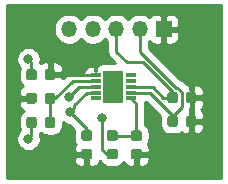
<source format=gbr>
G04 #@! TF.GenerationSoftware,KiCad,Pcbnew,(5.1.5)-3*
G04 #@! TF.CreationDate,2021-11-01T22:29:24-04:00*
G04 #@! TF.ProjectId,MakeNateAMillionDollars,4d616b65-4e61-4746-9541-4d696c6c696f,rev?*
G04 #@! TF.SameCoordinates,Original*
G04 #@! TF.FileFunction,Copper,L1,Top*
G04 #@! TF.FilePolarity,Positive*
%FSLAX46Y46*%
G04 Gerber Fmt 4.6, Leading zero omitted, Abs format (unit mm)*
G04 Created by KiCad (PCBNEW (5.1.5)-3) date 2021-11-01 22:29:24*
%MOMM*%
%LPD*%
G04 APERTURE LIST*
%ADD10O,1.350000X1.350000*%
%ADD11R,1.350000X1.350000*%
%ADD12R,1.750000X2.700000*%
%ADD13R,0.850000X0.300000*%
%ADD14C,0.100000*%
%ADD15C,0.800000*%
%ADD16C,0.250000*%
%ADD17C,0.254000*%
G04 APERTURE END LIST*
D10*
X146450000Y-95950000D03*
X148450000Y-95950000D03*
X150450000Y-95950000D03*
X152450000Y-95950000D03*
D11*
X154450000Y-95950000D03*
D12*
X150200000Y-100820000D03*
D13*
X151650000Y-99820000D03*
X151650000Y-100320000D03*
X151650000Y-100820000D03*
X151650000Y-101320000D03*
X151650000Y-101820000D03*
X148750000Y-101820000D03*
X148750000Y-101320000D03*
X148750000Y-100820000D03*
X148750000Y-100320000D03*
X148750000Y-99820000D03*
G04 #@! TA.AperFunction,SMDPad,CuDef*
D14*
G36*
X150377691Y-106101053D02*
G01*
X150398926Y-106104203D01*
X150419750Y-106109419D01*
X150439962Y-106116651D01*
X150459368Y-106125830D01*
X150477781Y-106136866D01*
X150495024Y-106149654D01*
X150510930Y-106164070D01*
X150525346Y-106179976D01*
X150538134Y-106197219D01*
X150549170Y-106215632D01*
X150558349Y-106235038D01*
X150565581Y-106255250D01*
X150570797Y-106276074D01*
X150573947Y-106297309D01*
X150575000Y-106318750D01*
X150575000Y-106756250D01*
X150573947Y-106777691D01*
X150570797Y-106798926D01*
X150565581Y-106819750D01*
X150558349Y-106839962D01*
X150549170Y-106859368D01*
X150538134Y-106877781D01*
X150525346Y-106895024D01*
X150510930Y-106910930D01*
X150495024Y-106925346D01*
X150477781Y-106938134D01*
X150459368Y-106949170D01*
X150439962Y-106958349D01*
X150419750Y-106965581D01*
X150398926Y-106970797D01*
X150377691Y-106973947D01*
X150356250Y-106975000D01*
X149843750Y-106975000D01*
X149822309Y-106973947D01*
X149801074Y-106970797D01*
X149780250Y-106965581D01*
X149760038Y-106958349D01*
X149740632Y-106949170D01*
X149722219Y-106938134D01*
X149704976Y-106925346D01*
X149689070Y-106910930D01*
X149674654Y-106895024D01*
X149661866Y-106877781D01*
X149650830Y-106859368D01*
X149641651Y-106839962D01*
X149634419Y-106819750D01*
X149629203Y-106798926D01*
X149626053Y-106777691D01*
X149625000Y-106756250D01*
X149625000Y-106318750D01*
X149626053Y-106297309D01*
X149629203Y-106276074D01*
X149634419Y-106255250D01*
X149641651Y-106235038D01*
X149650830Y-106215632D01*
X149661866Y-106197219D01*
X149674654Y-106179976D01*
X149689070Y-106164070D01*
X149704976Y-106149654D01*
X149722219Y-106136866D01*
X149740632Y-106125830D01*
X149760038Y-106116651D01*
X149780250Y-106109419D01*
X149801074Y-106104203D01*
X149822309Y-106101053D01*
X149843750Y-106100000D01*
X150356250Y-106100000D01*
X150377691Y-106101053D01*
G37*
G04 #@! TD.AperFunction*
G04 #@! TA.AperFunction,SMDPad,CuDef*
G36*
X150377691Y-104526053D02*
G01*
X150398926Y-104529203D01*
X150419750Y-104534419D01*
X150439962Y-104541651D01*
X150459368Y-104550830D01*
X150477781Y-104561866D01*
X150495024Y-104574654D01*
X150510930Y-104589070D01*
X150525346Y-104604976D01*
X150538134Y-104622219D01*
X150549170Y-104640632D01*
X150558349Y-104660038D01*
X150565581Y-104680250D01*
X150570797Y-104701074D01*
X150573947Y-104722309D01*
X150575000Y-104743750D01*
X150575000Y-105181250D01*
X150573947Y-105202691D01*
X150570797Y-105223926D01*
X150565581Y-105244750D01*
X150558349Y-105264962D01*
X150549170Y-105284368D01*
X150538134Y-105302781D01*
X150525346Y-105320024D01*
X150510930Y-105335930D01*
X150495024Y-105350346D01*
X150477781Y-105363134D01*
X150459368Y-105374170D01*
X150439962Y-105383349D01*
X150419750Y-105390581D01*
X150398926Y-105395797D01*
X150377691Y-105398947D01*
X150356250Y-105400000D01*
X149843750Y-105400000D01*
X149822309Y-105398947D01*
X149801074Y-105395797D01*
X149780250Y-105390581D01*
X149760038Y-105383349D01*
X149740632Y-105374170D01*
X149722219Y-105363134D01*
X149704976Y-105350346D01*
X149689070Y-105335930D01*
X149674654Y-105320024D01*
X149661866Y-105302781D01*
X149650830Y-105284368D01*
X149641651Y-105264962D01*
X149634419Y-105244750D01*
X149629203Y-105223926D01*
X149626053Y-105202691D01*
X149625000Y-105181250D01*
X149625000Y-104743750D01*
X149626053Y-104722309D01*
X149629203Y-104701074D01*
X149634419Y-104680250D01*
X149641651Y-104660038D01*
X149650830Y-104640632D01*
X149661866Y-104622219D01*
X149674654Y-104604976D01*
X149689070Y-104589070D01*
X149704976Y-104574654D01*
X149722219Y-104561866D01*
X149740632Y-104550830D01*
X149760038Y-104541651D01*
X149780250Y-104534419D01*
X149801074Y-104529203D01*
X149822309Y-104526053D01*
X149843750Y-104525000D01*
X150356250Y-104525000D01*
X150377691Y-104526053D01*
G37*
G04 #@! TD.AperFunction*
G04 #@! TA.AperFunction,SMDPad,CuDef*
G36*
X152427691Y-104526053D02*
G01*
X152448926Y-104529203D01*
X152469750Y-104534419D01*
X152489962Y-104541651D01*
X152509368Y-104550830D01*
X152527781Y-104561866D01*
X152545024Y-104574654D01*
X152560930Y-104589070D01*
X152575346Y-104604976D01*
X152588134Y-104622219D01*
X152599170Y-104640632D01*
X152608349Y-104660038D01*
X152615581Y-104680250D01*
X152620797Y-104701074D01*
X152623947Y-104722309D01*
X152625000Y-104743750D01*
X152625000Y-105181250D01*
X152623947Y-105202691D01*
X152620797Y-105223926D01*
X152615581Y-105244750D01*
X152608349Y-105264962D01*
X152599170Y-105284368D01*
X152588134Y-105302781D01*
X152575346Y-105320024D01*
X152560930Y-105335930D01*
X152545024Y-105350346D01*
X152527781Y-105363134D01*
X152509368Y-105374170D01*
X152489962Y-105383349D01*
X152469750Y-105390581D01*
X152448926Y-105395797D01*
X152427691Y-105398947D01*
X152406250Y-105400000D01*
X151893750Y-105400000D01*
X151872309Y-105398947D01*
X151851074Y-105395797D01*
X151830250Y-105390581D01*
X151810038Y-105383349D01*
X151790632Y-105374170D01*
X151772219Y-105363134D01*
X151754976Y-105350346D01*
X151739070Y-105335930D01*
X151724654Y-105320024D01*
X151711866Y-105302781D01*
X151700830Y-105284368D01*
X151691651Y-105264962D01*
X151684419Y-105244750D01*
X151679203Y-105223926D01*
X151676053Y-105202691D01*
X151675000Y-105181250D01*
X151675000Y-104743750D01*
X151676053Y-104722309D01*
X151679203Y-104701074D01*
X151684419Y-104680250D01*
X151691651Y-104660038D01*
X151700830Y-104640632D01*
X151711866Y-104622219D01*
X151724654Y-104604976D01*
X151739070Y-104589070D01*
X151754976Y-104574654D01*
X151772219Y-104561866D01*
X151790632Y-104550830D01*
X151810038Y-104541651D01*
X151830250Y-104534419D01*
X151851074Y-104529203D01*
X151872309Y-104526053D01*
X151893750Y-104525000D01*
X152406250Y-104525000D01*
X152427691Y-104526053D01*
G37*
G04 #@! TD.AperFunction*
G04 #@! TA.AperFunction,SMDPad,CuDef*
G36*
X152427691Y-106101053D02*
G01*
X152448926Y-106104203D01*
X152469750Y-106109419D01*
X152489962Y-106116651D01*
X152509368Y-106125830D01*
X152527781Y-106136866D01*
X152545024Y-106149654D01*
X152560930Y-106164070D01*
X152575346Y-106179976D01*
X152588134Y-106197219D01*
X152599170Y-106215632D01*
X152608349Y-106235038D01*
X152615581Y-106255250D01*
X152620797Y-106276074D01*
X152623947Y-106297309D01*
X152625000Y-106318750D01*
X152625000Y-106756250D01*
X152623947Y-106777691D01*
X152620797Y-106798926D01*
X152615581Y-106819750D01*
X152608349Y-106839962D01*
X152599170Y-106859368D01*
X152588134Y-106877781D01*
X152575346Y-106895024D01*
X152560930Y-106910930D01*
X152545024Y-106925346D01*
X152527781Y-106938134D01*
X152509368Y-106949170D01*
X152489962Y-106958349D01*
X152469750Y-106965581D01*
X152448926Y-106970797D01*
X152427691Y-106973947D01*
X152406250Y-106975000D01*
X151893750Y-106975000D01*
X151872309Y-106973947D01*
X151851074Y-106970797D01*
X151830250Y-106965581D01*
X151810038Y-106958349D01*
X151790632Y-106949170D01*
X151772219Y-106938134D01*
X151754976Y-106925346D01*
X151739070Y-106910930D01*
X151724654Y-106895024D01*
X151711866Y-106877781D01*
X151700830Y-106859368D01*
X151691651Y-106839962D01*
X151684419Y-106819750D01*
X151679203Y-106798926D01*
X151676053Y-106777691D01*
X151675000Y-106756250D01*
X151675000Y-106318750D01*
X151676053Y-106297309D01*
X151679203Y-106276074D01*
X151684419Y-106255250D01*
X151691651Y-106235038D01*
X151700830Y-106215632D01*
X151711866Y-106197219D01*
X151724654Y-106179976D01*
X151739070Y-106164070D01*
X151754976Y-106149654D01*
X151772219Y-106136866D01*
X151790632Y-106125830D01*
X151810038Y-106116651D01*
X151830250Y-106109419D01*
X151851074Y-106104203D01*
X151872309Y-106101053D01*
X151893750Y-106100000D01*
X152406250Y-106100000D01*
X152427691Y-106101053D01*
G37*
G04 #@! TD.AperFunction*
G04 #@! TA.AperFunction,SMDPad,CuDef*
G36*
X155452691Y-103276053D02*
G01*
X155473926Y-103279203D01*
X155494750Y-103284419D01*
X155514962Y-103291651D01*
X155534368Y-103300830D01*
X155552781Y-103311866D01*
X155570024Y-103324654D01*
X155585930Y-103339070D01*
X155600346Y-103354976D01*
X155613134Y-103372219D01*
X155624170Y-103390632D01*
X155633349Y-103410038D01*
X155640581Y-103430250D01*
X155645797Y-103451074D01*
X155648947Y-103472309D01*
X155650000Y-103493750D01*
X155650000Y-104006250D01*
X155648947Y-104027691D01*
X155645797Y-104048926D01*
X155640581Y-104069750D01*
X155633349Y-104089962D01*
X155624170Y-104109368D01*
X155613134Y-104127781D01*
X155600346Y-104145024D01*
X155585930Y-104160930D01*
X155570024Y-104175346D01*
X155552781Y-104188134D01*
X155534368Y-104199170D01*
X155514962Y-104208349D01*
X155494750Y-104215581D01*
X155473926Y-104220797D01*
X155452691Y-104223947D01*
X155431250Y-104225000D01*
X154993750Y-104225000D01*
X154972309Y-104223947D01*
X154951074Y-104220797D01*
X154930250Y-104215581D01*
X154910038Y-104208349D01*
X154890632Y-104199170D01*
X154872219Y-104188134D01*
X154854976Y-104175346D01*
X154839070Y-104160930D01*
X154824654Y-104145024D01*
X154811866Y-104127781D01*
X154800830Y-104109368D01*
X154791651Y-104089962D01*
X154784419Y-104069750D01*
X154779203Y-104048926D01*
X154776053Y-104027691D01*
X154775000Y-104006250D01*
X154775000Y-103493750D01*
X154776053Y-103472309D01*
X154779203Y-103451074D01*
X154784419Y-103430250D01*
X154791651Y-103410038D01*
X154800830Y-103390632D01*
X154811866Y-103372219D01*
X154824654Y-103354976D01*
X154839070Y-103339070D01*
X154854976Y-103324654D01*
X154872219Y-103311866D01*
X154890632Y-103300830D01*
X154910038Y-103291651D01*
X154930250Y-103284419D01*
X154951074Y-103279203D01*
X154972309Y-103276053D01*
X154993750Y-103275000D01*
X155431250Y-103275000D01*
X155452691Y-103276053D01*
G37*
G04 #@! TD.AperFunction*
G04 #@! TA.AperFunction,SMDPad,CuDef*
G36*
X157027691Y-103276053D02*
G01*
X157048926Y-103279203D01*
X157069750Y-103284419D01*
X157089962Y-103291651D01*
X157109368Y-103300830D01*
X157127781Y-103311866D01*
X157145024Y-103324654D01*
X157160930Y-103339070D01*
X157175346Y-103354976D01*
X157188134Y-103372219D01*
X157199170Y-103390632D01*
X157208349Y-103410038D01*
X157215581Y-103430250D01*
X157220797Y-103451074D01*
X157223947Y-103472309D01*
X157225000Y-103493750D01*
X157225000Y-104006250D01*
X157223947Y-104027691D01*
X157220797Y-104048926D01*
X157215581Y-104069750D01*
X157208349Y-104089962D01*
X157199170Y-104109368D01*
X157188134Y-104127781D01*
X157175346Y-104145024D01*
X157160930Y-104160930D01*
X157145024Y-104175346D01*
X157127781Y-104188134D01*
X157109368Y-104199170D01*
X157089962Y-104208349D01*
X157069750Y-104215581D01*
X157048926Y-104220797D01*
X157027691Y-104223947D01*
X157006250Y-104225000D01*
X156568750Y-104225000D01*
X156547309Y-104223947D01*
X156526074Y-104220797D01*
X156505250Y-104215581D01*
X156485038Y-104208349D01*
X156465632Y-104199170D01*
X156447219Y-104188134D01*
X156429976Y-104175346D01*
X156414070Y-104160930D01*
X156399654Y-104145024D01*
X156386866Y-104127781D01*
X156375830Y-104109368D01*
X156366651Y-104089962D01*
X156359419Y-104069750D01*
X156354203Y-104048926D01*
X156351053Y-104027691D01*
X156350000Y-104006250D01*
X156350000Y-103493750D01*
X156351053Y-103472309D01*
X156354203Y-103451074D01*
X156359419Y-103430250D01*
X156366651Y-103410038D01*
X156375830Y-103390632D01*
X156386866Y-103372219D01*
X156399654Y-103354976D01*
X156414070Y-103339070D01*
X156429976Y-103324654D01*
X156447219Y-103311866D01*
X156465632Y-103300830D01*
X156485038Y-103291651D01*
X156505250Y-103284419D01*
X156526074Y-103279203D01*
X156547309Y-103276053D01*
X156568750Y-103275000D01*
X157006250Y-103275000D01*
X157027691Y-103276053D01*
G37*
G04 #@! TD.AperFunction*
G04 #@! TA.AperFunction,SMDPad,CuDef*
G36*
X155452691Y-101276053D02*
G01*
X155473926Y-101279203D01*
X155494750Y-101284419D01*
X155514962Y-101291651D01*
X155534368Y-101300830D01*
X155552781Y-101311866D01*
X155570024Y-101324654D01*
X155585930Y-101339070D01*
X155600346Y-101354976D01*
X155613134Y-101372219D01*
X155624170Y-101390632D01*
X155633349Y-101410038D01*
X155640581Y-101430250D01*
X155645797Y-101451074D01*
X155648947Y-101472309D01*
X155650000Y-101493750D01*
X155650000Y-102006250D01*
X155648947Y-102027691D01*
X155645797Y-102048926D01*
X155640581Y-102069750D01*
X155633349Y-102089962D01*
X155624170Y-102109368D01*
X155613134Y-102127781D01*
X155600346Y-102145024D01*
X155585930Y-102160930D01*
X155570024Y-102175346D01*
X155552781Y-102188134D01*
X155534368Y-102199170D01*
X155514962Y-102208349D01*
X155494750Y-102215581D01*
X155473926Y-102220797D01*
X155452691Y-102223947D01*
X155431250Y-102225000D01*
X154993750Y-102225000D01*
X154972309Y-102223947D01*
X154951074Y-102220797D01*
X154930250Y-102215581D01*
X154910038Y-102208349D01*
X154890632Y-102199170D01*
X154872219Y-102188134D01*
X154854976Y-102175346D01*
X154839070Y-102160930D01*
X154824654Y-102145024D01*
X154811866Y-102127781D01*
X154800830Y-102109368D01*
X154791651Y-102089962D01*
X154784419Y-102069750D01*
X154779203Y-102048926D01*
X154776053Y-102027691D01*
X154775000Y-102006250D01*
X154775000Y-101493750D01*
X154776053Y-101472309D01*
X154779203Y-101451074D01*
X154784419Y-101430250D01*
X154791651Y-101410038D01*
X154800830Y-101390632D01*
X154811866Y-101372219D01*
X154824654Y-101354976D01*
X154839070Y-101339070D01*
X154854976Y-101324654D01*
X154872219Y-101311866D01*
X154890632Y-101300830D01*
X154910038Y-101291651D01*
X154930250Y-101284419D01*
X154951074Y-101279203D01*
X154972309Y-101276053D01*
X154993750Y-101275000D01*
X155431250Y-101275000D01*
X155452691Y-101276053D01*
G37*
G04 #@! TD.AperFunction*
G04 #@! TA.AperFunction,SMDPad,CuDef*
G36*
X157027691Y-101276053D02*
G01*
X157048926Y-101279203D01*
X157069750Y-101284419D01*
X157089962Y-101291651D01*
X157109368Y-101300830D01*
X157127781Y-101311866D01*
X157145024Y-101324654D01*
X157160930Y-101339070D01*
X157175346Y-101354976D01*
X157188134Y-101372219D01*
X157199170Y-101390632D01*
X157208349Y-101410038D01*
X157215581Y-101430250D01*
X157220797Y-101451074D01*
X157223947Y-101472309D01*
X157225000Y-101493750D01*
X157225000Y-102006250D01*
X157223947Y-102027691D01*
X157220797Y-102048926D01*
X157215581Y-102069750D01*
X157208349Y-102089962D01*
X157199170Y-102109368D01*
X157188134Y-102127781D01*
X157175346Y-102145024D01*
X157160930Y-102160930D01*
X157145024Y-102175346D01*
X157127781Y-102188134D01*
X157109368Y-102199170D01*
X157089962Y-102208349D01*
X157069750Y-102215581D01*
X157048926Y-102220797D01*
X157027691Y-102223947D01*
X157006250Y-102225000D01*
X156568750Y-102225000D01*
X156547309Y-102223947D01*
X156526074Y-102220797D01*
X156505250Y-102215581D01*
X156485038Y-102208349D01*
X156465632Y-102199170D01*
X156447219Y-102188134D01*
X156429976Y-102175346D01*
X156414070Y-102160930D01*
X156399654Y-102145024D01*
X156386866Y-102127781D01*
X156375830Y-102109368D01*
X156366651Y-102089962D01*
X156359419Y-102069750D01*
X156354203Y-102048926D01*
X156351053Y-102027691D01*
X156350000Y-102006250D01*
X156350000Y-101493750D01*
X156351053Y-101472309D01*
X156354203Y-101451074D01*
X156359419Y-101430250D01*
X156366651Y-101410038D01*
X156375830Y-101390632D01*
X156386866Y-101372219D01*
X156399654Y-101354976D01*
X156414070Y-101339070D01*
X156429976Y-101324654D01*
X156447219Y-101311866D01*
X156465632Y-101300830D01*
X156485038Y-101291651D01*
X156505250Y-101284419D01*
X156526074Y-101279203D01*
X156547309Y-101276053D01*
X156568750Y-101275000D01*
X157006250Y-101275000D01*
X157027691Y-101276053D01*
G37*
G04 #@! TD.AperFunction*
G04 #@! TA.AperFunction,SMDPad,CuDef*
G36*
X148227691Y-106101053D02*
G01*
X148248926Y-106104203D01*
X148269750Y-106109419D01*
X148289962Y-106116651D01*
X148309368Y-106125830D01*
X148327781Y-106136866D01*
X148345024Y-106149654D01*
X148360930Y-106164070D01*
X148375346Y-106179976D01*
X148388134Y-106197219D01*
X148399170Y-106215632D01*
X148408349Y-106235038D01*
X148415581Y-106255250D01*
X148420797Y-106276074D01*
X148423947Y-106297309D01*
X148425000Y-106318750D01*
X148425000Y-106756250D01*
X148423947Y-106777691D01*
X148420797Y-106798926D01*
X148415581Y-106819750D01*
X148408349Y-106839962D01*
X148399170Y-106859368D01*
X148388134Y-106877781D01*
X148375346Y-106895024D01*
X148360930Y-106910930D01*
X148345024Y-106925346D01*
X148327781Y-106938134D01*
X148309368Y-106949170D01*
X148289962Y-106958349D01*
X148269750Y-106965581D01*
X148248926Y-106970797D01*
X148227691Y-106973947D01*
X148206250Y-106975000D01*
X147693750Y-106975000D01*
X147672309Y-106973947D01*
X147651074Y-106970797D01*
X147630250Y-106965581D01*
X147610038Y-106958349D01*
X147590632Y-106949170D01*
X147572219Y-106938134D01*
X147554976Y-106925346D01*
X147539070Y-106910930D01*
X147524654Y-106895024D01*
X147511866Y-106877781D01*
X147500830Y-106859368D01*
X147491651Y-106839962D01*
X147484419Y-106819750D01*
X147479203Y-106798926D01*
X147476053Y-106777691D01*
X147475000Y-106756250D01*
X147475000Y-106318750D01*
X147476053Y-106297309D01*
X147479203Y-106276074D01*
X147484419Y-106255250D01*
X147491651Y-106235038D01*
X147500830Y-106215632D01*
X147511866Y-106197219D01*
X147524654Y-106179976D01*
X147539070Y-106164070D01*
X147554976Y-106149654D01*
X147572219Y-106136866D01*
X147590632Y-106125830D01*
X147610038Y-106116651D01*
X147630250Y-106109419D01*
X147651074Y-106104203D01*
X147672309Y-106101053D01*
X147693750Y-106100000D01*
X148206250Y-106100000D01*
X148227691Y-106101053D01*
G37*
G04 #@! TD.AperFunction*
G04 #@! TA.AperFunction,SMDPad,CuDef*
G36*
X148227691Y-104526053D02*
G01*
X148248926Y-104529203D01*
X148269750Y-104534419D01*
X148289962Y-104541651D01*
X148309368Y-104550830D01*
X148327781Y-104561866D01*
X148345024Y-104574654D01*
X148360930Y-104589070D01*
X148375346Y-104604976D01*
X148388134Y-104622219D01*
X148399170Y-104640632D01*
X148408349Y-104660038D01*
X148415581Y-104680250D01*
X148420797Y-104701074D01*
X148423947Y-104722309D01*
X148425000Y-104743750D01*
X148425000Y-105181250D01*
X148423947Y-105202691D01*
X148420797Y-105223926D01*
X148415581Y-105244750D01*
X148408349Y-105264962D01*
X148399170Y-105284368D01*
X148388134Y-105302781D01*
X148375346Y-105320024D01*
X148360930Y-105335930D01*
X148345024Y-105350346D01*
X148327781Y-105363134D01*
X148309368Y-105374170D01*
X148289962Y-105383349D01*
X148269750Y-105390581D01*
X148248926Y-105395797D01*
X148227691Y-105398947D01*
X148206250Y-105400000D01*
X147693750Y-105400000D01*
X147672309Y-105398947D01*
X147651074Y-105395797D01*
X147630250Y-105390581D01*
X147610038Y-105383349D01*
X147590632Y-105374170D01*
X147572219Y-105363134D01*
X147554976Y-105350346D01*
X147539070Y-105335930D01*
X147524654Y-105320024D01*
X147511866Y-105302781D01*
X147500830Y-105284368D01*
X147491651Y-105264962D01*
X147484419Y-105244750D01*
X147479203Y-105223926D01*
X147476053Y-105202691D01*
X147475000Y-105181250D01*
X147475000Y-104743750D01*
X147476053Y-104722309D01*
X147479203Y-104701074D01*
X147484419Y-104680250D01*
X147491651Y-104660038D01*
X147500830Y-104640632D01*
X147511866Y-104622219D01*
X147524654Y-104604976D01*
X147539070Y-104589070D01*
X147554976Y-104574654D01*
X147572219Y-104561866D01*
X147590632Y-104550830D01*
X147610038Y-104541651D01*
X147630250Y-104534419D01*
X147651074Y-104529203D01*
X147672309Y-104526053D01*
X147693750Y-104525000D01*
X148206250Y-104525000D01*
X148227691Y-104526053D01*
G37*
G04 #@! TD.AperFunction*
G04 #@! TA.AperFunction,SMDPad,CuDef*
G36*
X143502691Y-103376053D02*
G01*
X143523926Y-103379203D01*
X143544750Y-103384419D01*
X143564962Y-103391651D01*
X143584368Y-103400830D01*
X143602781Y-103411866D01*
X143620024Y-103424654D01*
X143635930Y-103439070D01*
X143650346Y-103454976D01*
X143663134Y-103472219D01*
X143674170Y-103490632D01*
X143683349Y-103510038D01*
X143690581Y-103530250D01*
X143695797Y-103551074D01*
X143698947Y-103572309D01*
X143700000Y-103593750D01*
X143700000Y-104106250D01*
X143698947Y-104127691D01*
X143695797Y-104148926D01*
X143690581Y-104169750D01*
X143683349Y-104189962D01*
X143674170Y-104209368D01*
X143663134Y-104227781D01*
X143650346Y-104245024D01*
X143635930Y-104260930D01*
X143620024Y-104275346D01*
X143602781Y-104288134D01*
X143584368Y-104299170D01*
X143564962Y-104308349D01*
X143544750Y-104315581D01*
X143523926Y-104320797D01*
X143502691Y-104323947D01*
X143481250Y-104325000D01*
X143043750Y-104325000D01*
X143022309Y-104323947D01*
X143001074Y-104320797D01*
X142980250Y-104315581D01*
X142960038Y-104308349D01*
X142940632Y-104299170D01*
X142922219Y-104288134D01*
X142904976Y-104275346D01*
X142889070Y-104260930D01*
X142874654Y-104245024D01*
X142861866Y-104227781D01*
X142850830Y-104209368D01*
X142841651Y-104189962D01*
X142834419Y-104169750D01*
X142829203Y-104148926D01*
X142826053Y-104127691D01*
X142825000Y-104106250D01*
X142825000Y-103593750D01*
X142826053Y-103572309D01*
X142829203Y-103551074D01*
X142834419Y-103530250D01*
X142841651Y-103510038D01*
X142850830Y-103490632D01*
X142861866Y-103472219D01*
X142874654Y-103454976D01*
X142889070Y-103439070D01*
X142904976Y-103424654D01*
X142922219Y-103411866D01*
X142940632Y-103400830D01*
X142960038Y-103391651D01*
X142980250Y-103384419D01*
X143001074Y-103379203D01*
X143022309Y-103376053D01*
X143043750Y-103375000D01*
X143481250Y-103375000D01*
X143502691Y-103376053D01*
G37*
G04 #@! TD.AperFunction*
G04 #@! TA.AperFunction,SMDPad,CuDef*
G36*
X145077691Y-103376053D02*
G01*
X145098926Y-103379203D01*
X145119750Y-103384419D01*
X145139962Y-103391651D01*
X145159368Y-103400830D01*
X145177781Y-103411866D01*
X145195024Y-103424654D01*
X145210930Y-103439070D01*
X145225346Y-103454976D01*
X145238134Y-103472219D01*
X145249170Y-103490632D01*
X145258349Y-103510038D01*
X145265581Y-103530250D01*
X145270797Y-103551074D01*
X145273947Y-103572309D01*
X145275000Y-103593750D01*
X145275000Y-104106250D01*
X145273947Y-104127691D01*
X145270797Y-104148926D01*
X145265581Y-104169750D01*
X145258349Y-104189962D01*
X145249170Y-104209368D01*
X145238134Y-104227781D01*
X145225346Y-104245024D01*
X145210930Y-104260930D01*
X145195024Y-104275346D01*
X145177781Y-104288134D01*
X145159368Y-104299170D01*
X145139962Y-104308349D01*
X145119750Y-104315581D01*
X145098926Y-104320797D01*
X145077691Y-104323947D01*
X145056250Y-104325000D01*
X144618750Y-104325000D01*
X144597309Y-104323947D01*
X144576074Y-104320797D01*
X144555250Y-104315581D01*
X144535038Y-104308349D01*
X144515632Y-104299170D01*
X144497219Y-104288134D01*
X144479976Y-104275346D01*
X144464070Y-104260930D01*
X144449654Y-104245024D01*
X144436866Y-104227781D01*
X144425830Y-104209368D01*
X144416651Y-104189962D01*
X144409419Y-104169750D01*
X144404203Y-104148926D01*
X144401053Y-104127691D01*
X144400000Y-104106250D01*
X144400000Y-103593750D01*
X144401053Y-103572309D01*
X144404203Y-103551074D01*
X144409419Y-103530250D01*
X144416651Y-103510038D01*
X144425830Y-103490632D01*
X144436866Y-103472219D01*
X144449654Y-103454976D01*
X144464070Y-103439070D01*
X144479976Y-103424654D01*
X144497219Y-103411866D01*
X144515632Y-103400830D01*
X144535038Y-103391651D01*
X144555250Y-103384419D01*
X144576074Y-103379203D01*
X144597309Y-103376053D01*
X144618750Y-103375000D01*
X145056250Y-103375000D01*
X145077691Y-103376053D01*
G37*
G04 #@! TD.AperFunction*
G04 #@! TA.AperFunction,SMDPad,CuDef*
G36*
X145077691Y-101326053D02*
G01*
X145098926Y-101329203D01*
X145119750Y-101334419D01*
X145139962Y-101341651D01*
X145159368Y-101350830D01*
X145177781Y-101361866D01*
X145195024Y-101374654D01*
X145210930Y-101389070D01*
X145225346Y-101404976D01*
X145238134Y-101422219D01*
X145249170Y-101440632D01*
X145258349Y-101460038D01*
X145265581Y-101480250D01*
X145270797Y-101501074D01*
X145273947Y-101522309D01*
X145275000Y-101543750D01*
X145275000Y-102056250D01*
X145273947Y-102077691D01*
X145270797Y-102098926D01*
X145265581Y-102119750D01*
X145258349Y-102139962D01*
X145249170Y-102159368D01*
X145238134Y-102177781D01*
X145225346Y-102195024D01*
X145210930Y-102210930D01*
X145195024Y-102225346D01*
X145177781Y-102238134D01*
X145159368Y-102249170D01*
X145139962Y-102258349D01*
X145119750Y-102265581D01*
X145098926Y-102270797D01*
X145077691Y-102273947D01*
X145056250Y-102275000D01*
X144618750Y-102275000D01*
X144597309Y-102273947D01*
X144576074Y-102270797D01*
X144555250Y-102265581D01*
X144535038Y-102258349D01*
X144515632Y-102249170D01*
X144497219Y-102238134D01*
X144479976Y-102225346D01*
X144464070Y-102210930D01*
X144449654Y-102195024D01*
X144436866Y-102177781D01*
X144425830Y-102159368D01*
X144416651Y-102139962D01*
X144409419Y-102119750D01*
X144404203Y-102098926D01*
X144401053Y-102077691D01*
X144400000Y-102056250D01*
X144400000Y-101543750D01*
X144401053Y-101522309D01*
X144404203Y-101501074D01*
X144409419Y-101480250D01*
X144416651Y-101460038D01*
X144425830Y-101440632D01*
X144436866Y-101422219D01*
X144449654Y-101404976D01*
X144464070Y-101389070D01*
X144479976Y-101374654D01*
X144497219Y-101361866D01*
X144515632Y-101350830D01*
X144535038Y-101341651D01*
X144555250Y-101334419D01*
X144576074Y-101329203D01*
X144597309Y-101326053D01*
X144618750Y-101325000D01*
X145056250Y-101325000D01*
X145077691Y-101326053D01*
G37*
G04 #@! TD.AperFunction*
G04 #@! TA.AperFunction,SMDPad,CuDef*
G36*
X143502691Y-101326053D02*
G01*
X143523926Y-101329203D01*
X143544750Y-101334419D01*
X143564962Y-101341651D01*
X143584368Y-101350830D01*
X143602781Y-101361866D01*
X143620024Y-101374654D01*
X143635930Y-101389070D01*
X143650346Y-101404976D01*
X143663134Y-101422219D01*
X143674170Y-101440632D01*
X143683349Y-101460038D01*
X143690581Y-101480250D01*
X143695797Y-101501074D01*
X143698947Y-101522309D01*
X143700000Y-101543750D01*
X143700000Y-102056250D01*
X143698947Y-102077691D01*
X143695797Y-102098926D01*
X143690581Y-102119750D01*
X143683349Y-102139962D01*
X143674170Y-102159368D01*
X143663134Y-102177781D01*
X143650346Y-102195024D01*
X143635930Y-102210930D01*
X143620024Y-102225346D01*
X143602781Y-102238134D01*
X143584368Y-102249170D01*
X143564962Y-102258349D01*
X143544750Y-102265581D01*
X143523926Y-102270797D01*
X143502691Y-102273947D01*
X143481250Y-102275000D01*
X143043750Y-102275000D01*
X143022309Y-102273947D01*
X143001074Y-102270797D01*
X142980250Y-102265581D01*
X142960038Y-102258349D01*
X142940632Y-102249170D01*
X142922219Y-102238134D01*
X142904976Y-102225346D01*
X142889070Y-102210930D01*
X142874654Y-102195024D01*
X142861866Y-102177781D01*
X142850830Y-102159368D01*
X142841651Y-102139962D01*
X142834419Y-102119750D01*
X142829203Y-102098926D01*
X142826053Y-102077691D01*
X142825000Y-102056250D01*
X142825000Y-101543750D01*
X142826053Y-101522309D01*
X142829203Y-101501074D01*
X142834419Y-101480250D01*
X142841651Y-101460038D01*
X142850830Y-101440632D01*
X142861866Y-101422219D01*
X142874654Y-101404976D01*
X142889070Y-101389070D01*
X142904976Y-101374654D01*
X142922219Y-101361866D01*
X142940632Y-101350830D01*
X142960038Y-101341651D01*
X142980250Y-101334419D01*
X143001074Y-101329203D01*
X143022309Y-101326053D01*
X143043750Y-101325000D01*
X143481250Y-101325000D01*
X143502691Y-101326053D01*
G37*
G04 #@! TD.AperFunction*
G04 #@! TA.AperFunction,SMDPad,CuDef*
G36*
X143502691Y-99326053D02*
G01*
X143523926Y-99329203D01*
X143544750Y-99334419D01*
X143564962Y-99341651D01*
X143584368Y-99350830D01*
X143602781Y-99361866D01*
X143620024Y-99374654D01*
X143635930Y-99389070D01*
X143650346Y-99404976D01*
X143663134Y-99422219D01*
X143674170Y-99440632D01*
X143683349Y-99460038D01*
X143690581Y-99480250D01*
X143695797Y-99501074D01*
X143698947Y-99522309D01*
X143700000Y-99543750D01*
X143700000Y-100056250D01*
X143698947Y-100077691D01*
X143695797Y-100098926D01*
X143690581Y-100119750D01*
X143683349Y-100139962D01*
X143674170Y-100159368D01*
X143663134Y-100177781D01*
X143650346Y-100195024D01*
X143635930Y-100210930D01*
X143620024Y-100225346D01*
X143602781Y-100238134D01*
X143584368Y-100249170D01*
X143564962Y-100258349D01*
X143544750Y-100265581D01*
X143523926Y-100270797D01*
X143502691Y-100273947D01*
X143481250Y-100275000D01*
X143043750Y-100275000D01*
X143022309Y-100273947D01*
X143001074Y-100270797D01*
X142980250Y-100265581D01*
X142960038Y-100258349D01*
X142940632Y-100249170D01*
X142922219Y-100238134D01*
X142904976Y-100225346D01*
X142889070Y-100210930D01*
X142874654Y-100195024D01*
X142861866Y-100177781D01*
X142850830Y-100159368D01*
X142841651Y-100139962D01*
X142834419Y-100119750D01*
X142829203Y-100098926D01*
X142826053Y-100077691D01*
X142825000Y-100056250D01*
X142825000Y-99543750D01*
X142826053Y-99522309D01*
X142829203Y-99501074D01*
X142834419Y-99480250D01*
X142841651Y-99460038D01*
X142850830Y-99440632D01*
X142861866Y-99422219D01*
X142874654Y-99404976D01*
X142889070Y-99389070D01*
X142904976Y-99374654D01*
X142922219Y-99361866D01*
X142940632Y-99350830D01*
X142960038Y-99341651D01*
X142980250Y-99334419D01*
X143001074Y-99329203D01*
X143022309Y-99326053D01*
X143043750Y-99325000D01*
X143481250Y-99325000D01*
X143502691Y-99326053D01*
G37*
G04 #@! TD.AperFunction*
G04 #@! TA.AperFunction,SMDPad,CuDef*
G36*
X145077691Y-99326053D02*
G01*
X145098926Y-99329203D01*
X145119750Y-99334419D01*
X145139962Y-99341651D01*
X145159368Y-99350830D01*
X145177781Y-99361866D01*
X145195024Y-99374654D01*
X145210930Y-99389070D01*
X145225346Y-99404976D01*
X145238134Y-99422219D01*
X145249170Y-99440632D01*
X145258349Y-99460038D01*
X145265581Y-99480250D01*
X145270797Y-99501074D01*
X145273947Y-99522309D01*
X145275000Y-99543750D01*
X145275000Y-100056250D01*
X145273947Y-100077691D01*
X145270797Y-100098926D01*
X145265581Y-100119750D01*
X145258349Y-100139962D01*
X145249170Y-100159368D01*
X145238134Y-100177781D01*
X145225346Y-100195024D01*
X145210930Y-100210930D01*
X145195024Y-100225346D01*
X145177781Y-100238134D01*
X145159368Y-100249170D01*
X145139962Y-100258349D01*
X145119750Y-100265581D01*
X145098926Y-100270797D01*
X145077691Y-100273947D01*
X145056250Y-100275000D01*
X144618750Y-100275000D01*
X144597309Y-100273947D01*
X144576074Y-100270797D01*
X144555250Y-100265581D01*
X144535038Y-100258349D01*
X144515632Y-100249170D01*
X144497219Y-100238134D01*
X144479976Y-100225346D01*
X144464070Y-100210930D01*
X144449654Y-100195024D01*
X144436866Y-100177781D01*
X144425830Y-100159368D01*
X144416651Y-100139962D01*
X144409419Y-100119750D01*
X144404203Y-100098926D01*
X144401053Y-100077691D01*
X144400000Y-100056250D01*
X144400000Y-99543750D01*
X144401053Y-99522309D01*
X144404203Y-99501074D01*
X144409419Y-99480250D01*
X144416651Y-99460038D01*
X144425830Y-99440632D01*
X144436866Y-99422219D01*
X144449654Y-99404976D01*
X144464070Y-99389070D01*
X144479976Y-99374654D01*
X144497219Y-99361866D01*
X144515632Y-99350830D01*
X144535038Y-99341651D01*
X144555250Y-99334419D01*
X144576074Y-99329203D01*
X144597309Y-99326053D01*
X144618750Y-99325000D01*
X145056250Y-99325000D01*
X145077691Y-99326053D01*
G37*
G04 #@! TD.AperFunction*
D15*
X143000000Y-105250000D03*
X149250000Y-103500000D03*
X143000000Y-98500000D03*
X146425153Y-101675153D03*
X146500000Y-103000000D03*
D16*
X149250000Y-104065685D02*
X149250000Y-103500000D01*
X149250000Y-106162500D02*
X149250000Y-104065685D01*
X149625000Y-106537500D02*
X149250000Y-106162500D01*
X150100000Y-106537500D02*
X149625000Y-106537500D01*
X143262500Y-104987500D02*
X143000000Y-105250000D01*
X143262500Y-103850000D02*
X143262500Y-104987500D01*
X143262500Y-98762500D02*
X143000000Y-98500000D01*
X143262500Y-99800000D02*
X143262500Y-98762500D01*
X148750000Y-100820000D02*
X147280306Y-100820000D01*
X147280306Y-100820000D02*
X146425153Y-101675153D01*
X148730000Y-99800000D02*
X148750000Y-99820000D01*
X144837500Y-99800000D02*
X148730000Y-99800000D01*
X144837500Y-103850000D02*
X144837500Y-101800000D01*
X145275000Y-101800000D02*
X146755000Y-100320000D01*
X148075000Y-100320000D02*
X148750000Y-100320000D01*
X146755000Y-100320000D02*
X148075000Y-100320000D01*
X144837500Y-101800000D02*
X145275000Y-101800000D01*
X151720000Y-100820000D02*
X151744999Y-100844999D01*
X151650000Y-100820000D02*
X151720000Y-100820000D01*
X151650000Y-100820000D02*
X152270000Y-100820000D01*
X152319990Y-100869990D02*
X153519990Y-100869990D01*
X152270000Y-100820000D02*
X152319990Y-100869990D01*
X154400000Y-101750000D02*
X155212500Y-101750000D01*
X153519990Y-100869990D02*
X154400000Y-101750000D01*
X155212500Y-101275000D02*
X152687500Y-98750000D01*
X155212500Y-101750000D02*
X155212500Y-101275000D01*
X152687500Y-98750000D02*
X151350000Y-98750000D01*
X150450000Y-97850000D02*
X150450000Y-95950000D01*
X151350000Y-98750000D02*
X150450000Y-97850000D01*
X155212500Y-103275000D02*
X155212500Y-103750000D01*
X153257500Y-101320000D02*
X155212500Y-103275000D01*
X151650000Y-101320000D02*
X153257500Y-101320000D01*
X155606494Y-100900000D02*
X155473910Y-100900000D01*
X155975010Y-101268516D02*
X155606494Y-100900000D01*
X155212500Y-103275000D02*
X155975010Y-102512490D01*
X155975010Y-102512490D02*
X155975010Y-101268516D01*
X152450000Y-97876090D02*
X152450000Y-95950000D01*
X155473910Y-100900000D02*
X152450000Y-97876090D01*
X152150000Y-102320000D02*
X151650000Y-101820000D01*
X152150000Y-104962500D02*
X152150000Y-102320000D01*
X150100000Y-104962500D02*
X152150000Y-104962500D01*
X148725001Y-101344999D02*
X148750000Y-101320000D01*
X148075000Y-101320000D02*
X148750000Y-101320000D01*
X147930000Y-101320000D02*
X148075000Y-101320000D01*
X146899999Y-102350001D02*
X147930000Y-101320000D01*
X146899999Y-102600001D02*
X146899999Y-102350001D01*
X146500000Y-103000000D02*
X146899999Y-102600001D01*
X147950000Y-104450000D02*
X146500000Y-103000000D01*
X147950000Y-104962500D02*
X147950000Y-104450000D01*
D17*
G36*
X159315001Y-108565000D02*
G01*
X141185000Y-108565000D01*
X141185000Y-106975000D01*
X146836928Y-106975000D01*
X146849188Y-107099482D01*
X146885498Y-107219180D01*
X146944463Y-107329494D01*
X147023815Y-107426185D01*
X147120506Y-107505537D01*
X147230820Y-107564502D01*
X147350518Y-107600812D01*
X147475000Y-107613072D01*
X147664250Y-107610000D01*
X147823000Y-107451250D01*
X147823000Y-106664500D01*
X146998750Y-106664500D01*
X146840000Y-106823250D01*
X146836928Y-106975000D01*
X141185000Y-106975000D01*
X141185000Y-98398061D01*
X141965000Y-98398061D01*
X141965000Y-98601939D01*
X142004774Y-98801898D01*
X142082795Y-98990256D01*
X142196063Y-99159774D01*
X142252149Y-99215860D01*
X142203392Y-99376592D01*
X142186928Y-99543750D01*
X142186928Y-100056250D01*
X142203392Y-100223408D01*
X142252150Y-100384142D01*
X142331329Y-100532275D01*
X142437885Y-100662115D01*
X142548412Y-100752821D01*
X142470506Y-100794463D01*
X142373815Y-100873815D01*
X142294463Y-100970506D01*
X142235498Y-101080820D01*
X142199188Y-101200518D01*
X142186928Y-101325000D01*
X142190000Y-101514250D01*
X142348750Y-101673000D01*
X143135500Y-101673000D01*
X143135500Y-101653000D01*
X143389500Y-101653000D01*
X143389500Y-101673000D01*
X143409500Y-101673000D01*
X143409500Y-101927000D01*
X143389500Y-101927000D01*
X143389500Y-101947000D01*
X143135500Y-101947000D01*
X143135500Y-101927000D01*
X142348750Y-101927000D01*
X142190000Y-102085750D01*
X142186928Y-102275000D01*
X142199188Y-102399482D01*
X142235498Y-102519180D01*
X142294463Y-102629494D01*
X142373815Y-102726185D01*
X142470506Y-102805537D01*
X142580820Y-102864502D01*
X142592549Y-102868060D01*
X142567725Y-102881329D01*
X142437885Y-102987885D01*
X142331329Y-103117725D01*
X142252150Y-103265858D01*
X142203392Y-103426592D01*
X142186928Y-103593750D01*
X142186928Y-104106250D01*
X142203392Y-104273408D01*
X142252150Y-104434142D01*
X142286982Y-104499307D01*
X142196063Y-104590226D01*
X142082795Y-104759744D01*
X142004774Y-104948102D01*
X141965000Y-105148061D01*
X141965000Y-105351939D01*
X142004774Y-105551898D01*
X142082795Y-105740256D01*
X142196063Y-105909774D01*
X142340226Y-106053937D01*
X142509744Y-106167205D01*
X142698102Y-106245226D01*
X142898061Y-106285000D01*
X143101939Y-106285000D01*
X143301898Y-106245226D01*
X143490256Y-106167205D01*
X143659774Y-106053937D01*
X143803937Y-105909774D01*
X143917205Y-105740256D01*
X143995226Y-105551898D01*
X144035000Y-105351939D01*
X144035000Y-105148061D01*
X144018522Y-105065220D01*
X144022500Y-105024833D01*
X144022500Y-105024824D01*
X144026176Y-104987501D01*
X144022500Y-104950178D01*
X144022500Y-104765143D01*
X144050000Y-104742574D01*
X144142725Y-104818671D01*
X144290858Y-104897850D01*
X144451592Y-104946608D01*
X144618750Y-104963072D01*
X145056250Y-104963072D01*
X145223408Y-104946608D01*
X145384142Y-104897850D01*
X145532275Y-104818671D01*
X145662115Y-104712115D01*
X145768671Y-104582275D01*
X145847850Y-104434142D01*
X145896608Y-104273408D01*
X145913072Y-104106250D01*
X145913072Y-103852611D01*
X146009744Y-103917205D01*
X146198102Y-103995226D01*
X146398061Y-104035000D01*
X146460199Y-104035000D01*
X146887931Y-104462732D01*
X146853392Y-104576592D01*
X146836928Y-104743750D01*
X146836928Y-105181250D01*
X146853392Y-105348408D01*
X146902150Y-105509142D01*
X146981329Y-105657275D01*
X146999100Y-105678930D01*
X146944463Y-105745506D01*
X146885498Y-105855820D01*
X146849188Y-105975518D01*
X146836928Y-106100000D01*
X146840000Y-106251750D01*
X146998750Y-106410500D01*
X147823000Y-106410500D01*
X147823000Y-106390500D01*
X148077000Y-106390500D01*
X148077000Y-106410500D01*
X148097000Y-106410500D01*
X148097000Y-106664500D01*
X148077000Y-106664500D01*
X148077000Y-107451250D01*
X148235750Y-107610000D01*
X148425000Y-107613072D01*
X148549482Y-107600812D01*
X148669180Y-107564502D01*
X148779494Y-107505537D01*
X148876185Y-107426185D01*
X148955537Y-107329494D01*
X149014502Y-107219180D01*
X149050812Y-107099482D01*
X149052296Y-107084415D01*
X149131329Y-107232275D01*
X149237885Y-107362115D01*
X149367725Y-107468671D01*
X149515858Y-107547850D01*
X149676592Y-107596608D01*
X149843750Y-107613072D01*
X150356250Y-107613072D01*
X150523408Y-107596608D01*
X150684142Y-107547850D01*
X150832275Y-107468671D01*
X150962115Y-107362115D01*
X151068671Y-107232275D01*
X151081940Y-107207451D01*
X151085498Y-107219180D01*
X151144463Y-107329494D01*
X151223815Y-107426185D01*
X151320506Y-107505537D01*
X151430820Y-107564502D01*
X151550518Y-107600812D01*
X151675000Y-107613072D01*
X151864250Y-107610000D01*
X152023000Y-107451250D01*
X152023000Y-106664500D01*
X152277000Y-106664500D01*
X152277000Y-107451250D01*
X152435750Y-107610000D01*
X152625000Y-107613072D01*
X152749482Y-107600812D01*
X152869180Y-107564502D01*
X152979494Y-107505537D01*
X153076185Y-107426185D01*
X153155537Y-107329494D01*
X153214502Y-107219180D01*
X153250812Y-107099482D01*
X153263072Y-106975000D01*
X153260000Y-106823250D01*
X153101250Y-106664500D01*
X152277000Y-106664500D01*
X152023000Y-106664500D01*
X152003000Y-106664500D01*
X152003000Y-106410500D01*
X152023000Y-106410500D01*
X152023000Y-106390500D01*
X152277000Y-106390500D01*
X152277000Y-106410500D01*
X153101250Y-106410500D01*
X153260000Y-106251750D01*
X153263072Y-106100000D01*
X153250812Y-105975518D01*
X153214502Y-105855820D01*
X153155537Y-105745506D01*
X153100900Y-105678930D01*
X153118671Y-105657275D01*
X153197850Y-105509142D01*
X153246608Y-105348408D01*
X153263072Y-105181250D01*
X153263072Y-104743750D01*
X153246608Y-104576592D01*
X153197850Y-104415858D01*
X153118671Y-104267725D01*
X153012115Y-104137885D01*
X152910000Y-104054082D01*
X152910000Y-102357325D01*
X152913676Y-102320000D01*
X152910000Y-102282675D01*
X152910000Y-102282667D01*
X152899003Y-102171014D01*
X152871395Y-102080000D01*
X152942699Y-102080000D01*
X154161747Y-103299049D01*
X154153392Y-103326592D01*
X154136928Y-103493750D01*
X154136928Y-104006250D01*
X154153392Y-104173408D01*
X154202150Y-104334142D01*
X154281329Y-104482275D01*
X154387885Y-104612115D01*
X154517725Y-104718671D01*
X154665858Y-104797850D01*
X154826592Y-104846608D01*
X154993750Y-104863072D01*
X155431250Y-104863072D01*
X155598408Y-104846608D01*
X155759142Y-104797850D01*
X155907275Y-104718671D01*
X155928930Y-104700900D01*
X155995506Y-104755537D01*
X156105820Y-104814502D01*
X156225518Y-104850812D01*
X156350000Y-104863072D01*
X156501750Y-104860000D01*
X156660500Y-104701250D01*
X156660500Y-103877000D01*
X156914500Y-103877000D01*
X156914500Y-104701250D01*
X157073250Y-104860000D01*
X157225000Y-104863072D01*
X157349482Y-104850812D01*
X157469180Y-104814502D01*
X157579494Y-104755537D01*
X157676185Y-104676185D01*
X157755537Y-104579494D01*
X157814502Y-104469180D01*
X157850812Y-104349482D01*
X157863072Y-104225000D01*
X157860000Y-104035750D01*
X157701250Y-103877000D01*
X156914500Y-103877000D01*
X156660500Y-103877000D01*
X156640500Y-103877000D01*
X156640500Y-103623000D01*
X156660500Y-103623000D01*
X156660500Y-102842259D01*
X156680556Y-102804737D01*
X156683675Y-102794454D01*
X156724013Y-102661476D01*
X156735010Y-102549823D01*
X156735010Y-102549813D01*
X156738686Y-102512490D01*
X156735010Y-102475168D01*
X156735010Y-101877000D01*
X156914500Y-101877000D01*
X156914500Y-102701250D01*
X156963250Y-102750000D01*
X156914500Y-102798750D01*
X156914500Y-103623000D01*
X157701250Y-103623000D01*
X157860000Y-103464250D01*
X157863072Y-103275000D01*
X157850812Y-103150518D01*
X157814502Y-103030820D01*
X157755537Y-102920506D01*
X157676185Y-102823815D01*
X157586241Y-102750000D01*
X157676185Y-102676185D01*
X157755537Y-102579494D01*
X157814502Y-102469180D01*
X157850812Y-102349482D01*
X157863072Y-102225000D01*
X157860000Y-102035750D01*
X157701250Y-101877000D01*
X156914500Y-101877000D01*
X156735010Y-101877000D01*
X156735010Y-101305838D01*
X156738686Y-101268515D01*
X156735010Y-101231192D01*
X156735010Y-101231183D01*
X156724013Y-101119530D01*
X156680556Y-100976269D01*
X156660500Y-100938747D01*
X156660500Y-100798750D01*
X156914500Y-100798750D01*
X156914500Y-101623000D01*
X157701250Y-101623000D01*
X157860000Y-101464250D01*
X157863072Y-101275000D01*
X157850812Y-101150518D01*
X157814502Y-101030820D01*
X157755537Y-100920506D01*
X157676185Y-100823815D01*
X157579494Y-100744463D01*
X157469180Y-100685498D01*
X157349482Y-100649188D01*
X157225000Y-100636928D01*
X157073250Y-100640000D01*
X156914500Y-100798750D01*
X156660500Y-100798750D01*
X156501750Y-100640000D01*
X156419633Y-100638338D01*
X156170298Y-100389003D01*
X156146495Y-100359999D01*
X156030770Y-100265026D01*
X155898741Y-100194454D01*
X155818967Y-100170255D01*
X153210000Y-97561289D01*
X153210000Y-97017709D01*
X153252513Y-96989303D01*
X153323815Y-97076185D01*
X153420506Y-97155537D01*
X153530820Y-97214502D01*
X153650518Y-97250812D01*
X153775000Y-97263072D01*
X154164250Y-97260000D01*
X154323000Y-97101250D01*
X154323000Y-96077000D01*
X154577000Y-96077000D01*
X154577000Y-97101250D01*
X154735750Y-97260000D01*
X155125000Y-97263072D01*
X155249482Y-97250812D01*
X155369180Y-97214502D01*
X155479494Y-97155537D01*
X155576185Y-97076185D01*
X155655537Y-96979494D01*
X155714502Y-96869180D01*
X155750812Y-96749482D01*
X155763072Y-96625000D01*
X155760000Y-96235750D01*
X155601250Y-96077000D01*
X154577000Y-96077000D01*
X154323000Y-96077000D01*
X154303000Y-96077000D01*
X154303000Y-95823000D01*
X154323000Y-95823000D01*
X154323000Y-94798750D01*
X154577000Y-94798750D01*
X154577000Y-95823000D01*
X155601250Y-95823000D01*
X155760000Y-95664250D01*
X155763072Y-95275000D01*
X155750812Y-95150518D01*
X155714502Y-95030820D01*
X155655537Y-94920506D01*
X155576185Y-94823815D01*
X155479494Y-94744463D01*
X155369180Y-94685498D01*
X155249482Y-94649188D01*
X155125000Y-94636928D01*
X154735750Y-94640000D01*
X154577000Y-94798750D01*
X154323000Y-94798750D01*
X154164250Y-94640000D01*
X153775000Y-94636928D01*
X153650518Y-94649188D01*
X153530820Y-94685498D01*
X153420506Y-94744463D01*
X153323815Y-94823815D01*
X153252513Y-94910697D01*
X153070518Y-94789093D01*
X152832113Y-94690342D01*
X152579024Y-94640000D01*
X152320976Y-94640000D01*
X152067887Y-94690342D01*
X151829482Y-94789093D01*
X151614923Y-94932456D01*
X151450000Y-95097379D01*
X151285077Y-94932456D01*
X151070518Y-94789093D01*
X150832113Y-94690342D01*
X150579024Y-94640000D01*
X150320976Y-94640000D01*
X150067887Y-94690342D01*
X149829482Y-94789093D01*
X149614923Y-94932456D01*
X149450000Y-95097379D01*
X149285077Y-94932456D01*
X149070518Y-94789093D01*
X148832113Y-94690342D01*
X148579024Y-94640000D01*
X148320976Y-94640000D01*
X148067887Y-94690342D01*
X147829482Y-94789093D01*
X147614923Y-94932456D01*
X147450000Y-95097379D01*
X147285077Y-94932456D01*
X147070518Y-94789093D01*
X146832113Y-94690342D01*
X146579024Y-94640000D01*
X146320976Y-94640000D01*
X146067887Y-94690342D01*
X145829482Y-94789093D01*
X145614923Y-94932456D01*
X145432456Y-95114923D01*
X145289093Y-95329482D01*
X145190342Y-95567887D01*
X145140000Y-95820976D01*
X145140000Y-96079024D01*
X145190342Y-96332113D01*
X145289093Y-96570518D01*
X145432456Y-96785077D01*
X145614923Y-96967544D01*
X145829482Y-97110907D01*
X146067887Y-97209658D01*
X146320976Y-97260000D01*
X146579024Y-97260000D01*
X146832113Y-97209658D01*
X147070518Y-97110907D01*
X147285077Y-96967544D01*
X147450000Y-96802621D01*
X147614923Y-96967544D01*
X147829482Y-97110907D01*
X148067887Y-97209658D01*
X148320976Y-97260000D01*
X148579024Y-97260000D01*
X148832113Y-97209658D01*
X149070518Y-97110907D01*
X149285077Y-96967544D01*
X149450000Y-96802621D01*
X149614923Y-96967544D01*
X149690000Y-97017709D01*
X149690000Y-97812677D01*
X149686324Y-97850000D01*
X149690000Y-97887322D01*
X149690000Y-97887332D01*
X149700997Y-97998985D01*
X149736197Y-98115026D01*
X149744454Y-98142246D01*
X149815026Y-98274276D01*
X149836437Y-98300365D01*
X149909999Y-98390001D01*
X149939002Y-98413803D01*
X150357127Y-98831928D01*
X149325000Y-98831928D01*
X149200518Y-98844188D01*
X149080820Y-98880498D01*
X148970506Y-98939463D01*
X148873815Y-99018815D01*
X148794463Y-99115506D01*
X148735498Y-99225820D01*
X148699188Y-99345518D01*
X148686928Y-99470000D01*
X148686928Y-99531928D01*
X148623000Y-99531928D01*
X148623000Y-99193750D01*
X148464250Y-99035000D01*
X148338639Y-99032074D01*
X148213924Y-99041670D01*
X148093477Y-99075414D01*
X147981928Y-99132006D01*
X147883562Y-99209274D01*
X147802161Y-99304247D01*
X147740853Y-99413275D01*
X147701992Y-99532170D01*
X147698846Y-99560000D01*
X146792322Y-99560000D01*
X146754999Y-99556324D01*
X146717676Y-99560000D01*
X146717667Y-99560000D01*
X146606014Y-99570997D01*
X146462753Y-99614454D01*
X146330723Y-99685026D01*
X146247083Y-99753668D01*
X146214999Y-99779999D01*
X146191201Y-99808997D01*
X145910071Y-100090127D01*
X145910000Y-100085750D01*
X145751250Y-99927000D01*
X144964500Y-99927000D01*
X144964500Y-99947000D01*
X144710500Y-99947000D01*
X144710500Y-99927000D01*
X144690500Y-99927000D01*
X144690500Y-99673000D01*
X144710500Y-99673000D01*
X144710500Y-98848750D01*
X144964500Y-98848750D01*
X144964500Y-99673000D01*
X145751250Y-99673000D01*
X145910000Y-99514250D01*
X145913072Y-99325000D01*
X145900812Y-99200518D01*
X145864502Y-99080820D01*
X145805537Y-98970506D01*
X145726185Y-98873815D01*
X145629494Y-98794463D01*
X145519180Y-98735498D01*
X145399482Y-98699188D01*
X145275000Y-98686928D01*
X145123250Y-98690000D01*
X144964500Y-98848750D01*
X144710500Y-98848750D01*
X144551750Y-98690000D01*
X144400000Y-98686928D01*
X144275518Y-98699188D01*
X144155820Y-98735498D01*
X144045506Y-98794463D01*
X144022500Y-98813343D01*
X144022500Y-98799822D01*
X144026176Y-98762499D01*
X144022500Y-98725176D01*
X144022500Y-98725167D01*
X144018522Y-98684780D01*
X144035000Y-98601939D01*
X144035000Y-98398061D01*
X143995226Y-98198102D01*
X143917205Y-98009744D01*
X143803937Y-97840226D01*
X143659774Y-97696063D01*
X143490256Y-97582795D01*
X143301898Y-97504774D01*
X143101939Y-97465000D01*
X142898061Y-97465000D01*
X142698102Y-97504774D01*
X142509744Y-97582795D01*
X142340226Y-97696063D01*
X142196063Y-97840226D01*
X142082795Y-98009744D01*
X142004774Y-98198102D01*
X141965000Y-98398061D01*
X141185000Y-98398061D01*
X141185000Y-93935000D01*
X159315000Y-93935000D01*
X159315001Y-108565000D01*
G37*
X159315001Y-108565000D02*
X141185000Y-108565000D01*
X141185000Y-106975000D01*
X146836928Y-106975000D01*
X146849188Y-107099482D01*
X146885498Y-107219180D01*
X146944463Y-107329494D01*
X147023815Y-107426185D01*
X147120506Y-107505537D01*
X147230820Y-107564502D01*
X147350518Y-107600812D01*
X147475000Y-107613072D01*
X147664250Y-107610000D01*
X147823000Y-107451250D01*
X147823000Y-106664500D01*
X146998750Y-106664500D01*
X146840000Y-106823250D01*
X146836928Y-106975000D01*
X141185000Y-106975000D01*
X141185000Y-98398061D01*
X141965000Y-98398061D01*
X141965000Y-98601939D01*
X142004774Y-98801898D01*
X142082795Y-98990256D01*
X142196063Y-99159774D01*
X142252149Y-99215860D01*
X142203392Y-99376592D01*
X142186928Y-99543750D01*
X142186928Y-100056250D01*
X142203392Y-100223408D01*
X142252150Y-100384142D01*
X142331329Y-100532275D01*
X142437885Y-100662115D01*
X142548412Y-100752821D01*
X142470506Y-100794463D01*
X142373815Y-100873815D01*
X142294463Y-100970506D01*
X142235498Y-101080820D01*
X142199188Y-101200518D01*
X142186928Y-101325000D01*
X142190000Y-101514250D01*
X142348750Y-101673000D01*
X143135500Y-101673000D01*
X143135500Y-101653000D01*
X143389500Y-101653000D01*
X143389500Y-101673000D01*
X143409500Y-101673000D01*
X143409500Y-101927000D01*
X143389500Y-101927000D01*
X143389500Y-101947000D01*
X143135500Y-101947000D01*
X143135500Y-101927000D01*
X142348750Y-101927000D01*
X142190000Y-102085750D01*
X142186928Y-102275000D01*
X142199188Y-102399482D01*
X142235498Y-102519180D01*
X142294463Y-102629494D01*
X142373815Y-102726185D01*
X142470506Y-102805537D01*
X142580820Y-102864502D01*
X142592549Y-102868060D01*
X142567725Y-102881329D01*
X142437885Y-102987885D01*
X142331329Y-103117725D01*
X142252150Y-103265858D01*
X142203392Y-103426592D01*
X142186928Y-103593750D01*
X142186928Y-104106250D01*
X142203392Y-104273408D01*
X142252150Y-104434142D01*
X142286982Y-104499307D01*
X142196063Y-104590226D01*
X142082795Y-104759744D01*
X142004774Y-104948102D01*
X141965000Y-105148061D01*
X141965000Y-105351939D01*
X142004774Y-105551898D01*
X142082795Y-105740256D01*
X142196063Y-105909774D01*
X142340226Y-106053937D01*
X142509744Y-106167205D01*
X142698102Y-106245226D01*
X142898061Y-106285000D01*
X143101939Y-106285000D01*
X143301898Y-106245226D01*
X143490256Y-106167205D01*
X143659774Y-106053937D01*
X143803937Y-105909774D01*
X143917205Y-105740256D01*
X143995226Y-105551898D01*
X144035000Y-105351939D01*
X144035000Y-105148061D01*
X144018522Y-105065220D01*
X144022500Y-105024833D01*
X144022500Y-105024824D01*
X144026176Y-104987501D01*
X144022500Y-104950178D01*
X144022500Y-104765143D01*
X144050000Y-104742574D01*
X144142725Y-104818671D01*
X144290858Y-104897850D01*
X144451592Y-104946608D01*
X144618750Y-104963072D01*
X145056250Y-104963072D01*
X145223408Y-104946608D01*
X145384142Y-104897850D01*
X145532275Y-104818671D01*
X145662115Y-104712115D01*
X145768671Y-104582275D01*
X145847850Y-104434142D01*
X145896608Y-104273408D01*
X145913072Y-104106250D01*
X145913072Y-103852611D01*
X146009744Y-103917205D01*
X146198102Y-103995226D01*
X146398061Y-104035000D01*
X146460199Y-104035000D01*
X146887931Y-104462732D01*
X146853392Y-104576592D01*
X146836928Y-104743750D01*
X146836928Y-105181250D01*
X146853392Y-105348408D01*
X146902150Y-105509142D01*
X146981329Y-105657275D01*
X146999100Y-105678930D01*
X146944463Y-105745506D01*
X146885498Y-105855820D01*
X146849188Y-105975518D01*
X146836928Y-106100000D01*
X146840000Y-106251750D01*
X146998750Y-106410500D01*
X147823000Y-106410500D01*
X147823000Y-106390500D01*
X148077000Y-106390500D01*
X148077000Y-106410500D01*
X148097000Y-106410500D01*
X148097000Y-106664500D01*
X148077000Y-106664500D01*
X148077000Y-107451250D01*
X148235750Y-107610000D01*
X148425000Y-107613072D01*
X148549482Y-107600812D01*
X148669180Y-107564502D01*
X148779494Y-107505537D01*
X148876185Y-107426185D01*
X148955537Y-107329494D01*
X149014502Y-107219180D01*
X149050812Y-107099482D01*
X149052296Y-107084415D01*
X149131329Y-107232275D01*
X149237885Y-107362115D01*
X149367725Y-107468671D01*
X149515858Y-107547850D01*
X149676592Y-107596608D01*
X149843750Y-107613072D01*
X150356250Y-107613072D01*
X150523408Y-107596608D01*
X150684142Y-107547850D01*
X150832275Y-107468671D01*
X150962115Y-107362115D01*
X151068671Y-107232275D01*
X151081940Y-107207451D01*
X151085498Y-107219180D01*
X151144463Y-107329494D01*
X151223815Y-107426185D01*
X151320506Y-107505537D01*
X151430820Y-107564502D01*
X151550518Y-107600812D01*
X151675000Y-107613072D01*
X151864250Y-107610000D01*
X152023000Y-107451250D01*
X152023000Y-106664500D01*
X152277000Y-106664500D01*
X152277000Y-107451250D01*
X152435750Y-107610000D01*
X152625000Y-107613072D01*
X152749482Y-107600812D01*
X152869180Y-107564502D01*
X152979494Y-107505537D01*
X153076185Y-107426185D01*
X153155537Y-107329494D01*
X153214502Y-107219180D01*
X153250812Y-107099482D01*
X153263072Y-106975000D01*
X153260000Y-106823250D01*
X153101250Y-106664500D01*
X152277000Y-106664500D01*
X152023000Y-106664500D01*
X152003000Y-106664500D01*
X152003000Y-106410500D01*
X152023000Y-106410500D01*
X152023000Y-106390500D01*
X152277000Y-106390500D01*
X152277000Y-106410500D01*
X153101250Y-106410500D01*
X153260000Y-106251750D01*
X153263072Y-106100000D01*
X153250812Y-105975518D01*
X153214502Y-105855820D01*
X153155537Y-105745506D01*
X153100900Y-105678930D01*
X153118671Y-105657275D01*
X153197850Y-105509142D01*
X153246608Y-105348408D01*
X153263072Y-105181250D01*
X153263072Y-104743750D01*
X153246608Y-104576592D01*
X153197850Y-104415858D01*
X153118671Y-104267725D01*
X153012115Y-104137885D01*
X152910000Y-104054082D01*
X152910000Y-102357325D01*
X152913676Y-102320000D01*
X152910000Y-102282675D01*
X152910000Y-102282667D01*
X152899003Y-102171014D01*
X152871395Y-102080000D01*
X152942699Y-102080000D01*
X154161747Y-103299049D01*
X154153392Y-103326592D01*
X154136928Y-103493750D01*
X154136928Y-104006250D01*
X154153392Y-104173408D01*
X154202150Y-104334142D01*
X154281329Y-104482275D01*
X154387885Y-104612115D01*
X154517725Y-104718671D01*
X154665858Y-104797850D01*
X154826592Y-104846608D01*
X154993750Y-104863072D01*
X155431250Y-104863072D01*
X155598408Y-104846608D01*
X155759142Y-104797850D01*
X155907275Y-104718671D01*
X155928930Y-104700900D01*
X155995506Y-104755537D01*
X156105820Y-104814502D01*
X156225518Y-104850812D01*
X156350000Y-104863072D01*
X156501750Y-104860000D01*
X156660500Y-104701250D01*
X156660500Y-103877000D01*
X156914500Y-103877000D01*
X156914500Y-104701250D01*
X157073250Y-104860000D01*
X157225000Y-104863072D01*
X157349482Y-104850812D01*
X157469180Y-104814502D01*
X157579494Y-104755537D01*
X157676185Y-104676185D01*
X157755537Y-104579494D01*
X157814502Y-104469180D01*
X157850812Y-104349482D01*
X157863072Y-104225000D01*
X157860000Y-104035750D01*
X157701250Y-103877000D01*
X156914500Y-103877000D01*
X156660500Y-103877000D01*
X156640500Y-103877000D01*
X156640500Y-103623000D01*
X156660500Y-103623000D01*
X156660500Y-102842259D01*
X156680556Y-102804737D01*
X156683675Y-102794454D01*
X156724013Y-102661476D01*
X156735010Y-102549823D01*
X156735010Y-102549813D01*
X156738686Y-102512490D01*
X156735010Y-102475168D01*
X156735010Y-101877000D01*
X156914500Y-101877000D01*
X156914500Y-102701250D01*
X156963250Y-102750000D01*
X156914500Y-102798750D01*
X156914500Y-103623000D01*
X157701250Y-103623000D01*
X157860000Y-103464250D01*
X157863072Y-103275000D01*
X157850812Y-103150518D01*
X157814502Y-103030820D01*
X157755537Y-102920506D01*
X157676185Y-102823815D01*
X157586241Y-102750000D01*
X157676185Y-102676185D01*
X157755537Y-102579494D01*
X157814502Y-102469180D01*
X157850812Y-102349482D01*
X157863072Y-102225000D01*
X157860000Y-102035750D01*
X157701250Y-101877000D01*
X156914500Y-101877000D01*
X156735010Y-101877000D01*
X156735010Y-101305838D01*
X156738686Y-101268515D01*
X156735010Y-101231192D01*
X156735010Y-101231183D01*
X156724013Y-101119530D01*
X156680556Y-100976269D01*
X156660500Y-100938747D01*
X156660500Y-100798750D01*
X156914500Y-100798750D01*
X156914500Y-101623000D01*
X157701250Y-101623000D01*
X157860000Y-101464250D01*
X157863072Y-101275000D01*
X157850812Y-101150518D01*
X157814502Y-101030820D01*
X157755537Y-100920506D01*
X157676185Y-100823815D01*
X157579494Y-100744463D01*
X157469180Y-100685498D01*
X157349482Y-100649188D01*
X157225000Y-100636928D01*
X157073250Y-100640000D01*
X156914500Y-100798750D01*
X156660500Y-100798750D01*
X156501750Y-100640000D01*
X156419633Y-100638338D01*
X156170298Y-100389003D01*
X156146495Y-100359999D01*
X156030770Y-100265026D01*
X155898741Y-100194454D01*
X155818967Y-100170255D01*
X153210000Y-97561289D01*
X153210000Y-97017709D01*
X153252513Y-96989303D01*
X153323815Y-97076185D01*
X153420506Y-97155537D01*
X153530820Y-97214502D01*
X153650518Y-97250812D01*
X153775000Y-97263072D01*
X154164250Y-97260000D01*
X154323000Y-97101250D01*
X154323000Y-96077000D01*
X154577000Y-96077000D01*
X154577000Y-97101250D01*
X154735750Y-97260000D01*
X155125000Y-97263072D01*
X155249482Y-97250812D01*
X155369180Y-97214502D01*
X155479494Y-97155537D01*
X155576185Y-97076185D01*
X155655537Y-96979494D01*
X155714502Y-96869180D01*
X155750812Y-96749482D01*
X155763072Y-96625000D01*
X155760000Y-96235750D01*
X155601250Y-96077000D01*
X154577000Y-96077000D01*
X154323000Y-96077000D01*
X154303000Y-96077000D01*
X154303000Y-95823000D01*
X154323000Y-95823000D01*
X154323000Y-94798750D01*
X154577000Y-94798750D01*
X154577000Y-95823000D01*
X155601250Y-95823000D01*
X155760000Y-95664250D01*
X155763072Y-95275000D01*
X155750812Y-95150518D01*
X155714502Y-95030820D01*
X155655537Y-94920506D01*
X155576185Y-94823815D01*
X155479494Y-94744463D01*
X155369180Y-94685498D01*
X155249482Y-94649188D01*
X155125000Y-94636928D01*
X154735750Y-94640000D01*
X154577000Y-94798750D01*
X154323000Y-94798750D01*
X154164250Y-94640000D01*
X153775000Y-94636928D01*
X153650518Y-94649188D01*
X153530820Y-94685498D01*
X153420506Y-94744463D01*
X153323815Y-94823815D01*
X153252513Y-94910697D01*
X153070518Y-94789093D01*
X152832113Y-94690342D01*
X152579024Y-94640000D01*
X152320976Y-94640000D01*
X152067887Y-94690342D01*
X151829482Y-94789093D01*
X151614923Y-94932456D01*
X151450000Y-95097379D01*
X151285077Y-94932456D01*
X151070518Y-94789093D01*
X150832113Y-94690342D01*
X150579024Y-94640000D01*
X150320976Y-94640000D01*
X150067887Y-94690342D01*
X149829482Y-94789093D01*
X149614923Y-94932456D01*
X149450000Y-95097379D01*
X149285077Y-94932456D01*
X149070518Y-94789093D01*
X148832113Y-94690342D01*
X148579024Y-94640000D01*
X148320976Y-94640000D01*
X148067887Y-94690342D01*
X147829482Y-94789093D01*
X147614923Y-94932456D01*
X147450000Y-95097379D01*
X147285077Y-94932456D01*
X147070518Y-94789093D01*
X146832113Y-94690342D01*
X146579024Y-94640000D01*
X146320976Y-94640000D01*
X146067887Y-94690342D01*
X145829482Y-94789093D01*
X145614923Y-94932456D01*
X145432456Y-95114923D01*
X145289093Y-95329482D01*
X145190342Y-95567887D01*
X145140000Y-95820976D01*
X145140000Y-96079024D01*
X145190342Y-96332113D01*
X145289093Y-96570518D01*
X145432456Y-96785077D01*
X145614923Y-96967544D01*
X145829482Y-97110907D01*
X146067887Y-97209658D01*
X146320976Y-97260000D01*
X146579024Y-97260000D01*
X146832113Y-97209658D01*
X147070518Y-97110907D01*
X147285077Y-96967544D01*
X147450000Y-96802621D01*
X147614923Y-96967544D01*
X147829482Y-97110907D01*
X148067887Y-97209658D01*
X148320976Y-97260000D01*
X148579024Y-97260000D01*
X148832113Y-97209658D01*
X149070518Y-97110907D01*
X149285077Y-96967544D01*
X149450000Y-96802621D01*
X149614923Y-96967544D01*
X149690000Y-97017709D01*
X149690000Y-97812677D01*
X149686324Y-97850000D01*
X149690000Y-97887322D01*
X149690000Y-97887332D01*
X149700997Y-97998985D01*
X149736197Y-98115026D01*
X149744454Y-98142246D01*
X149815026Y-98274276D01*
X149836437Y-98300365D01*
X149909999Y-98390001D01*
X149939002Y-98413803D01*
X150357127Y-98831928D01*
X149325000Y-98831928D01*
X149200518Y-98844188D01*
X149080820Y-98880498D01*
X148970506Y-98939463D01*
X148873815Y-99018815D01*
X148794463Y-99115506D01*
X148735498Y-99225820D01*
X148699188Y-99345518D01*
X148686928Y-99470000D01*
X148686928Y-99531928D01*
X148623000Y-99531928D01*
X148623000Y-99193750D01*
X148464250Y-99035000D01*
X148338639Y-99032074D01*
X148213924Y-99041670D01*
X148093477Y-99075414D01*
X147981928Y-99132006D01*
X147883562Y-99209274D01*
X147802161Y-99304247D01*
X147740853Y-99413275D01*
X147701992Y-99532170D01*
X147698846Y-99560000D01*
X146792322Y-99560000D01*
X146754999Y-99556324D01*
X146717676Y-99560000D01*
X146717667Y-99560000D01*
X146606014Y-99570997D01*
X146462753Y-99614454D01*
X146330723Y-99685026D01*
X146247083Y-99753668D01*
X146214999Y-99779999D01*
X146191201Y-99808997D01*
X145910071Y-100090127D01*
X145910000Y-100085750D01*
X145751250Y-99927000D01*
X144964500Y-99927000D01*
X144964500Y-99947000D01*
X144710500Y-99947000D01*
X144710500Y-99927000D01*
X144690500Y-99927000D01*
X144690500Y-99673000D01*
X144710500Y-99673000D01*
X144710500Y-98848750D01*
X144964500Y-98848750D01*
X144964500Y-99673000D01*
X145751250Y-99673000D01*
X145910000Y-99514250D01*
X145913072Y-99325000D01*
X145900812Y-99200518D01*
X145864502Y-99080820D01*
X145805537Y-98970506D01*
X145726185Y-98873815D01*
X145629494Y-98794463D01*
X145519180Y-98735498D01*
X145399482Y-98699188D01*
X145275000Y-98686928D01*
X145123250Y-98690000D01*
X144964500Y-98848750D01*
X144710500Y-98848750D01*
X144551750Y-98690000D01*
X144400000Y-98686928D01*
X144275518Y-98699188D01*
X144155820Y-98735498D01*
X144045506Y-98794463D01*
X144022500Y-98813343D01*
X144022500Y-98799822D01*
X144026176Y-98762499D01*
X144022500Y-98725176D01*
X144022500Y-98725167D01*
X144018522Y-98684780D01*
X144035000Y-98601939D01*
X144035000Y-98398061D01*
X143995226Y-98198102D01*
X143917205Y-98009744D01*
X143803937Y-97840226D01*
X143659774Y-97696063D01*
X143490256Y-97582795D01*
X143301898Y-97504774D01*
X143101939Y-97465000D01*
X142898061Y-97465000D01*
X142698102Y-97504774D01*
X142509744Y-97582795D01*
X142340226Y-97696063D01*
X142196063Y-97840226D01*
X142082795Y-98009744D01*
X142004774Y-98198102D01*
X141965000Y-98398061D01*
X141185000Y-98398061D01*
X141185000Y-93935000D01*
X159315000Y-93935000D01*
X159315001Y-108565000D01*
M02*

</source>
